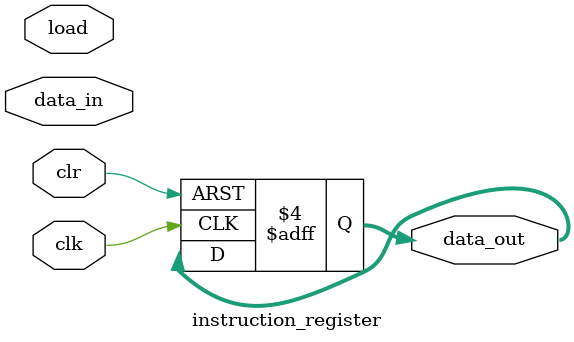
<source format=v>
module instruction_register(
    data_out,
    data_in,
    load,
    clk,
    clr
);

parameter DATAWIDTH = 8;
output reg [DATAWIDTH - 1:0] data_out;
input [DATAWIDTH - 1:0] data_in;
input load, clk, clr;

// Clear is an active low signal

always @ (posedge clk or negedge clr)
begin
    if(!clr)
        data_out <= 0;
    else if (load) begin
        data_in <= data_in;
    end
end
    
endmodule
</source>
